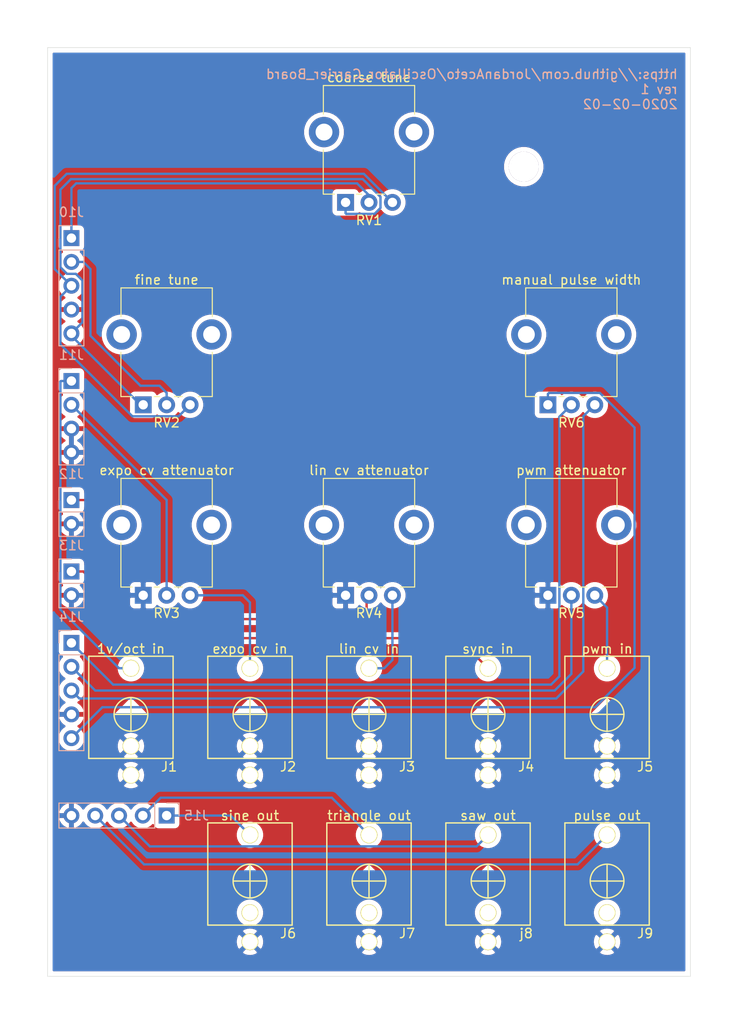
<source format=kicad_pcb>
(kicad_pcb (version 20171130) (host pcbnew 5.1.5-52549c5~84~ubuntu18.04.1)
  (title_block (title "Oscillator Carrier Board") (date 2020-02-02) (rev 1) (comment 1 creativecommons.org/licenses/by/4.0/) (comment 2 "License: CC by 4.0") (comment 3 "Author: Jordan Aceto"))
  (layers (0 F.Cu signal) (31 B.Cu signal) (34 B.Paste user) (35 F.Paste user) (36 B.SilkS user) (37 F.SilkS user) (38 B.Mask user) (39 F.Mask user) (44 Edge.Cuts user))
  (net 0 "")
  (net 1 GND)
  (net 2 "Net-(J1-Pad3)")
  (net 3 "Net-(J2-Pad3)")
  (net 4 "Net-(J3-Pad3)")
  (net 5 "Net-(J13-Pad1)")
  (net 6 "Net-(J5-Pad3)")
  (net 7 "Net-(J15-Pad1)")
  (net 8 "Net-(J6-Pad2)")
  (net 9 "Net-(J7-Pad2)")
  (net 10 "Net-(J15-Pad2)")
  (net 11 "Net-(j8-Pad2)")
  (net 12 "Net-(J15-Pad3)")
  (net 13 "Net-(J15-Pad4)")
  (net 14 "Net-(J9-Pad2)")
  (net 15 "Net-(J10-Pad1)")
  (net 16 "Net-(J10-Pad2)")
  (net 17 "Net-(J10-Pad3)")
  (net 18 "Net-(J10-Pad5)")
  (net 19 "Net-(J11-Pad2)")
  (net 20 "Net-(J12-Pad1)")
  (net 21 "Net-(J14-Pad1)")
  (net 22 "Net-(J14-Pad2)")
  (net 23 "Net-(J14-Pad3)")
  (net 24 "Net-(J14-Pad5)")
  (module MountingHole:MountingHole_3.2mm_M3 (layer F.Cu) (at 152.4 63.5)
    (fp_text reference REF** hide)
    (fp_text value MountingHole_3.2mm_M3)
    (pad 1 thru_hole circle (at 0 0) (size 3.2 3.2) (drill 3.2) (layers *.Cu *.Mask))
  )
  (module Eurocad:PJ301M-12 (layer F.Cu) (at 110.49 121.92)
    (fp_text reference J1 (at 4.064 5.588) (layer F.SilkS))
    (fp_text value 1v_per_oct_in)
    (fp_line (start -1.8 0) (end 1.8 0) (layer F.SilkS) (width 0.15))
    (fp_line (start 0 -1.8) (end 0 1.8) (layer F.SilkS) (width 0.15))
    (fp_circle (center 0 0) (end 1.8 0) (layer F.SilkS) (width 0.15))
    (fp_line (start 4.5 -6.2) (end 4.5 4.7) (layer F.SilkS) (width 0.15))
    (fp_line (start -4.5 -6.2) (end -4.5 4.7) (layer F.SilkS) (width 0.15))
    (fp_line (start -4.5 4.7) (end 4.5 4.7) (layer F.SilkS) (width 0.15))
    (fp_line (start -4.5 -6.2) (end 4.5 -6.2) (layer F.SilkS) (width 0.15))
    (pad 2 thru_hole circle (at 0 3.38) (size 1.8 1.8) (drill 1.6) (layers *.Cu *.Mask F.SilkS) (net 1 GND))
    (pad 1 thru_hole circle (at 0 6.48) (size 1.8 1.8) (drill 1.6) (layers *.Cu *.Mask F.SilkS) (net 1 GND))
    (pad 3 thru_hole circle (at 0 -4.92) (size 1.8 1.8) (drill 1.6) (layers *.Cu *.Mask F.SilkS) (net 2 "Net-(J1-Pad3)"))
  )
  (module Eurocad:PJ301M-12 (layer F.Cu) (at 123.19 121.92)
    (fp_text reference J2 (at 4.064 5.588) (layer F.SilkS))
    (fp_text value expo_fm_in)
    (fp_line (start -4.5 -6.2) (end 4.5 -6.2) (layer F.SilkS) (width 0.15))
    (fp_line (start -4.5 4.7) (end 4.5 4.7) (layer F.SilkS) (width 0.15))
    (fp_line (start -4.5 -6.2) (end -4.5 4.7) (layer F.SilkS) (width 0.15))
    (fp_line (start 4.5 -6.2) (end 4.5 4.7) (layer F.SilkS) (width 0.15))
    (fp_circle (center 0 0) (end 1.8 0) (layer F.SilkS) (width 0.15))
    (fp_line (start 0 -1.8) (end 0 1.8) (layer F.SilkS) (width 0.15))
    (fp_line (start -1.8 0) (end 1.8 0) (layer F.SilkS) (width 0.15))
    (pad 3 thru_hole circle (at 0 -4.92) (size 1.8 1.8) (drill 1.6) (layers *.Cu *.Mask F.SilkS) (net 3 "Net-(J2-Pad3)"))
    (pad 1 thru_hole circle (at 0 6.48) (size 1.8 1.8) (drill 1.6) (layers *.Cu *.Mask F.SilkS) (net 1 GND))
    (pad 2 thru_hole circle (at 0 3.38) (size 1.8 1.8) (drill 1.6) (layers *.Cu *.Mask F.SilkS) (net 1 GND))
  )
  (module Eurocad:PJ301M-12 (layer F.Cu) (at 135.89 121.92)
    (fp_text reference J3 (at 4.064 5.588) (layer F.SilkS))
    (fp_text value lin_fm_in)
    (fp_line (start -1.8 0) (end 1.8 0) (layer F.SilkS) (width 0.15))
    (fp_line (start 0 -1.8) (end 0 1.8) (layer F.SilkS) (width 0.15))
    (fp_circle (center 0 0) (end 1.8 0) (layer F.SilkS) (width 0.15))
    (fp_line (start 4.5 -6.2) (end 4.5 4.7) (layer F.SilkS) (width 0.15))
    (fp_line (start -4.5 -6.2) (end -4.5 4.7) (layer F.SilkS) (width 0.15))
    (fp_line (start -4.5 4.7) (end 4.5 4.7) (layer F.SilkS) (width 0.15))
    (fp_line (start -4.5 -6.2) (end 4.5 -6.2) (layer F.SilkS) (width 0.15))
    (pad 2 thru_hole circle (at 0 3.38) (size 1.8 1.8) (drill 1.6) (layers *.Cu *.Mask F.SilkS) (net 1 GND))
    (pad 1 thru_hole circle (at 0 6.48) (size 1.8 1.8) (drill 1.6) (layers *.Cu *.Mask F.SilkS) (net 1 GND))
    (pad 3 thru_hole circle (at 0 -4.92) (size 1.8 1.8) (drill 1.6) (layers *.Cu *.Mask F.SilkS) (net 4 "Net-(J3-Pad3)"))
  )
  (module Eurocad:PJ301M-12 (layer F.Cu) (at 148.59 121.92)
    (fp_text reference J4 (at 4.064 5.588) (layer F.SilkS))
    (fp_text value sync_in)
    (fp_line (start -1.8 0) (end 1.8 0) (layer F.SilkS) (width 0.15))
    (fp_line (start 0 -1.8) (end 0 1.8) (layer F.SilkS) (width 0.15))
    (fp_circle (center 0 0) (end 1.8 0) (layer F.SilkS) (width 0.15))
    (fp_line (start 4.5 -6.2) (end 4.5 4.7) (layer F.SilkS) (width 0.15))
    (fp_line (start -4.5 -6.2) (end -4.5 4.7) (layer F.SilkS) (width 0.15))
    (fp_line (start -4.5 4.7) (end 4.5 4.7) (layer F.SilkS) (width 0.15))
    (fp_line (start -4.5 -6.2) (end 4.5 -6.2) (layer F.SilkS) (width 0.15))
    (pad 2 thru_hole circle (at 0 3.38) (size 1.8 1.8) (drill 1.6) (layers *.Cu *.Mask F.SilkS) (net 1 GND))
    (pad 1 thru_hole circle (at 0 6.48) (size 1.8 1.8) (drill 1.6) (layers *.Cu *.Mask F.SilkS) (net 1 GND))
    (pad 3 thru_hole circle (at 0 -4.92) (size 1.8 1.8) (drill 1.6) (layers *.Cu *.Mask F.SilkS) (net 5 "Net-(J13-Pad1)"))
  )
  (module Eurocad:PJ301M-12 (layer F.Cu) (at 161.29 121.92)
    (fp_text reference J5 (at 4.064 5.588) (layer F.SilkS))
    (fp_text value pwm_in)
    (fp_line (start -4.5 -6.2) (end 4.5 -6.2) (layer F.SilkS) (width 0.15))
    (fp_line (start -4.5 4.7) (end 4.5 4.7) (layer F.SilkS) (width 0.15))
    (fp_line (start -4.5 -6.2) (end -4.5 4.7) (layer F.SilkS) (width 0.15))
    (fp_line (start 4.5 -6.2) (end 4.5 4.7) (layer F.SilkS) (width 0.15))
    (fp_circle (center 0 0) (end 1.8 0) (layer F.SilkS) (width 0.15))
    (fp_line (start 0 -1.8) (end 0 1.8) (layer F.SilkS) (width 0.15))
    (fp_line (start -1.8 0) (end 1.8 0) (layer F.SilkS) (width 0.15))
    (pad 3 thru_hole circle (at 0 -4.92) (size 1.8 1.8) (drill 1.6) (layers *.Cu *.Mask F.SilkS) (net 6 "Net-(J5-Pad3)"))
    (pad 1 thru_hole circle (at 0 6.48) (size 1.8 1.8) (drill 1.6) (layers *.Cu *.Mask F.SilkS) (net 1 GND))
    (pad 2 thru_hole circle (at 0 3.38) (size 1.8 1.8) (drill 1.6) (layers *.Cu *.Mask F.SilkS) (net 1 GND))
  )
  (module Eurocad:PJ301M-12 (layer F.Cu) (at 123.19 139.7)
    (fp_text reference J6 (at 4.064 5.588) (layer F.SilkS))
    (fp_text value sine_out)
    (fp_line (start -4.5 -6.2) (end 4.5 -6.2) (layer F.SilkS) (width 0.15))
    (fp_line (start -4.5 4.7) (end 4.5 4.7) (layer F.SilkS) (width 0.15))
    (fp_line (start -4.5 -6.2) (end -4.5 4.7) (layer F.SilkS) (width 0.15))
    (fp_line (start 4.5 -6.2) (end 4.5 4.7) (layer F.SilkS) (width 0.15))
    (fp_circle (center 0 0) (end 1.8 0) (layer F.SilkS) (width 0.15))
    (fp_line (start 0 -1.8) (end 0 1.8) (layer F.SilkS) (width 0.15))
    (fp_line (start -1.8 0) (end 1.8 0) (layer F.SilkS) (width 0.15))
    (pad 3 thru_hole circle (at 0 -4.92) (size 1.8 1.8) (drill 1.6) (layers *.Cu *.Mask F.SilkS) (net 7 "Net-(J15-Pad1)"))
    (pad 1 thru_hole circle (at 0 6.48) (size 1.8 1.8) (drill 1.6) (layers *.Cu *.Mask F.SilkS) (net 1 GND))
    (pad 2 thru_hole circle (at 0 3.38) (size 1.8 1.8) (drill 1.6) (layers *.Cu *.Mask F.SilkS) (net 8 "Net-(J6-Pad2)"))
  )
  (module Eurocad:PJ301M-12 (layer F.Cu) (at 135.89 139.7)
    (fp_text reference J7 (at 4.064 5.588) (layer F.SilkS))
    (fp_text value triangle_out)
    (fp_line (start -1.8 0) (end 1.8 0) (layer F.SilkS) (width 0.15))
    (fp_line (start 0 -1.8) (end 0 1.8) (layer F.SilkS) (width 0.15))
    (fp_circle (center 0 0) (end 1.8 0) (layer F.SilkS) (width 0.15))
    (fp_line (start 4.5 -6.2) (end 4.5 4.7) (layer F.SilkS) (width 0.15))
    (fp_line (start -4.5 -6.2) (end -4.5 4.7) (layer F.SilkS) (width 0.15))
    (fp_line (start -4.5 4.7) (end 4.5 4.7) (layer F.SilkS) (width 0.15))
    (fp_line (start -4.5 -6.2) (end 4.5 -6.2) (layer F.SilkS) (width 0.15))
    (pad 2 thru_hole circle (at 0 3.38) (size 1.8 1.8) (drill 1.6) (layers *.Cu *.Mask F.SilkS) (net 9 "Net-(J7-Pad2)"))
    (pad 1 thru_hole circle (at 0 6.48) (size 1.8 1.8) (drill 1.6) (layers *.Cu *.Mask F.SilkS) (net 1 GND))
    (pad 3 thru_hole circle (at 0 -4.92) (size 1.8 1.8) (drill 1.6) (layers *.Cu *.Mask F.SilkS) (net 10 "Net-(J15-Pad2)"))
  )
  (module Eurocad:PJ301M-12 (layer F.Cu) (at 148.59 139.7)
    (fp_text reference j8 (at 4.064 5.588) (layer F.SilkS))
    (fp_text value saw_out)
    (fp_line (start -1.8 0) (end 1.8 0) (layer F.SilkS) (width 0.15))
    (fp_line (start 0 -1.8) (end 0 1.8) (layer F.SilkS) (width 0.15))
    (fp_circle (center 0 0) (end 1.8 0) (layer F.SilkS) (width 0.15))
    (fp_line (start 4.5 -6.2) (end 4.5 4.7) (layer F.SilkS) (width 0.15))
    (fp_line (start -4.5 -6.2) (end -4.5 4.7) (layer F.SilkS) (width 0.15))
    (fp_line (start -4.5 4.7) (end 4.5 4.7) (layer F.SilkS) (width 0.15))
    (fp_line (start -4.5 -6.2) (end 4.5 -6.2) (layer F.SilkS) (width 0.15))
    (pad 2 thru_hole circle (at 0 3.38) (size 1.8 1.8) (drill 1.6) (layers *.Cu *.Mask F.SilkS) (net 11 "Net-(j8-Pad2)"))
    (pad 1 thru_hole circle (at 0 6.48) (size 1.8 1.8) (drill 1.6) (layers *.Cu *.Mask F.SilkS) (net 1 GND))
    (pad 3 thru_hole circle (at 0 -4.92) (size 1.8 1.8) (drill 1.6) (layers *.Cu *.Mask F.SilkS) (net 12 "Net-(J15-Pad3)"))
  )
  (module Eurocad:PJ301M-12 (layer F.Cu) (at 161.29 139.7)
    (fp_text reference J9 (at 4.064 5.588) (layer F.SilkS))
    (fp_text value pulse_out)
    (fp_line (start -4.5 -6.2) (end 4.5 -6.2) (layer F.SilkS) (width 0.15))
    (fp_line (start -4.5 4.7) (end 4.5 4.7) (layer F.SilkS) (width 0.15))
    (fp_line (start -4.5 -6.2) (end -4.5 4.7) (layer F.SilkS) (width 0.15))
    (fp_line (start 4.5 -6.2) (end 4.5 4.7) (layer F.SilkS) (width 0.15))
    (fp_circle (center 0 0) (end 1.8 0) (layer F.SilkS) (width 0.15))
    (fp_line (start 0 -1.8) (end 0 1.8) (layer F.SilkS) (width 0.15))
    (fp_line (start -1.8 0) (end 1.8 0) (layer F.SilkS) (width 0.15))
    (pad 3 thru_hole circle (at 0 -4.92) (size 1.8 1.8) (drill 1.6) (layers *.Cu *.Mask F.SilkS) (net 13 "Net-(J15-Pad4)"))
    (pad 1 thru_hole circle (at 0 6.48) (size 1.8 1.8) (drill 1.6) (layers *.Cu *.Mask F.SilkS) (net 1 GND))
    (pad 2 thru_hole circle (at 0 3.38) (size 1.8 1.8) (drill 1.6) (layers *.Cu *.Mask F.SilkS) (net 14 "Net-(J9-Pad2)"))
  )
  (module Potentiometer_THT:Potentiometer_Alpha_RD901F-40-00D_Single_Vertical_CircularHoles (layer F.Cu) (at 133.39 67.31 90)
    (fp_text reference RV1 (at -1.905 2.5) (layer F.SilkS))
    (fp_text value 100k)
    (fp_line (start 0.88 4.16) (end 0.88 3.33) (layer F.SilkS) (width 0.12))
    (fp_line (start 0.88 1.71) (end 0.88 1.18) (layer F.SilkS) (width 0.12))
    (fp_line (start 0.88 -1.19) (end 0.88 -2.37) (layer F.SilkS) (width 0.12))
    (fp_line (start 0.88 7.37) (end 5.6 7.37) (layer F.SilkS) (width 0.12))
    (fp_line (start 9.41 -2.37) (end 12.47 -2.37) (layer F.SilkS) (width 0.12))
    (fp_line (start 0.88 -2.38) (end 5.6 -2.38) (layer F.SilkS) (width 0.12))
    (fp_line (start 9.41 7.37) (end 12.47 7.37) (layer F.SilkS) (width 0.12))
    (fp_line (start 0.88 7.37) (end 0.88 5.88) (layer F.SilkS) (width 0.12))
    (fp_line (start 12.47 7.37) (end 12.47 -2.37) (layer F.SilkS) (width 0.12))
    (pad "" thru_hole circle (at 7.5 -2.3 180) (size 3.24 3.24) (drill 1.8) (layers *.Cu *.Mask))
    (pad "" thru_hole circle (at 7.5 7.3 180) (size 3.24 3.24) (drill 1.8) (layers *.Cu *.Mask))
    (pad 3 thru_hole circle (at 0 5 180) (size 1.8 1.8) (drill 1) (layers *.Cu *.Mask) (net 17 "Net-(J10-Pad3)"))
    (pad 2 thru_hole circle (at 0 2.5 180) (size 1.8 1.8) (drill 1) (layers *.Cu *.Mask) (net 15 "Net-(J10-Pad1)"))
    (pad 1 thru_hole rect (at 0 0 180) (size 1.8 1.8) (drill 1) (layers *.Cu *.Mask) (net 18 "Net-(J10-Pad5)"))
  )
  (module Potentiometer_THT:Potentiometer_Alpha_RD901F-40-00D_Single_Vertical_CircularHoles (layer F.Cu) (at 111.8 88.9 90)
    (fp_text reference RV2 (at -1.905 2.5) (layer F.SilkS))
    (fp_text value 100k)
    (fp_line (start 12.47 7.37) (end 12.47 -2.37) (layer F.SilkS) (width 0.12))
    (fp_line (start 0.88 7.37) (end 0.88 5.88) (layer F.SilkS) (width 0.12))
    (fp_line (start 9.41 7.37) (end 12.47 7.37) (layer F.SilkS) (width 0.12))
    (fp_line (start 0.88 -2.38) (end 5.6 -2.38) (layer F.SilkS) (width 0.12))
    (fp_line (start 9.41 -2.37) (end 12.47 -2.37) (layer F.SilkS) (width 0.12))
    (fp_line (start 0.88 7.37) (end 5.6 7.37) (layer F.SilkS) (width 0.12))
    (fp_line (start 0.88 -1.19) (end 0.88 -2.37) (layer F.SilkS) (width 0.12))
    (fp_line (start 0.88 1.71) (end 0.88 1.18) (layer F.SilkS) (width 0.12))
    (fp_line (start 0.88 4.16) (end 0.88 3.33) (layer F.SilkS) (width 0.12))
    (pad 1 thru_hole rect (at 0 0 180) (size 1.8 1.8) (drill 1) (layers *.Cu *.Mask) (net 18 "Net-(J10-Pad5)"))
    (pad 2 thru_hole circle (at 0 2.5 180) (size 1.8 1.8) (drill 1) (layers *.Cu *.Mask) (net 16 "Net-(J10-Pad2)"))
    (pad 3 thru_hole circle (at 0 5 180) (size 1.8 1.8) (drill 1) (layers *.Cu *.Mask) (net 17 "Net-(J10-Pad3)"))
    (pad "" thru_hole circle (at 7.5 7.3 180) (size 3.24 3.24) (drill 1.8) (layers *.Cu *.Mask))
    (pad "" thru_hole circle (at 7.5 -2.3 180) (size 3.24 3.24) (drill 1.8) (layers *.Cu *.Mask))
  )
  (module Potentiometer_THT:Potentiometer_Alpha_RD901F-40-00D_Single_Vertical_CircularHoles (layer F.Cu) (at 111.8 109.22 90)
    (fp_text reference RV3 (at -1.905 2.5) (layer F.SilkS))
    (fp_text value 100k)
    (fp_line (start 0.88 4.16) (end 0.88 3.33) (layer F.SilkS) (width 0.12))
    (fp_line (start 0.88 1.71) (end 0.88 1.18) (layer F.SilkS) (width 0.12))
    (fp_line (start 0.88 -1.19) (end 0.88 -2.37) (layer F.SilkS) (width 0.12))
    (fp_line (start 0.88 7.37) (end 5.6 7.37) (layer F.SilkS) (width 0.12))
    (fp_line (start 9.41 -2.37) (end 12.47 -2.37) (layer F.SilkS) (width 0.12))
    (fp_line (start 0.88 -2.38) (end 5.6 -2.38) (layer F.SilkS) (width 0.12))
    (fp_line (start 9.41 7.37) (end 12.47 7.37) (layer F.SilkS) (width 0.12))
    (fp_line (start 0.88 7.37) (end 0.88 5.88) (layer F.SilkS) (width 0.12))
    (fp_line (start 12.47 7.37) (end 12.47 -2.37) (layer F.SilkS) (width 0.12))
    (pad "" thru_hole circle (at 7.5 -2.3 180) (size 3.24 3.24) (drill 1.8) (layers *.Cu *.Mask))
    (pad "" thru_hole circle (at 7.5 7.3 180) (size 3.24 3.24) (drill 1.8) (layers *.Cu *.Mask))
    (pad 3 thru_hole circle (at 0 5 180) (size 1.8 1.8) (drill 1) (layers *.Cu *.Mask) (net 3 "Net-(J2-Pad3)"))
    (pad 2 thru_hole circle (at 0 2.5 180) (size 1.8 1.8) (drill 1) (layers *.Cu *.Mask) (net 19 "Net-(J11-Pad2)"))
    (pad 1 thru_hole rect (at 0 0 180) (size 1.8 1.8) (drill 1) (layers *.Cu *.Mask) (net 1 GND))
  )
  (module Potentiometer_THT:Potentiometer_Alpha_RD901F-40-00D_Single_Vertical_CircularHoles (layer F.Cu) (at 133.39 109.22 90)
    (fp_text reference RV4 (at -1.905 2.5) (layer F.SilkS))
    (fp_text value 100k)
    (fp_line (start 0.88 4.16) (end 0.88 3.33) (layer F.SilkS) (width 0.12))
    (fp_line (start 0.88 1.71) (end 0.88 1.18) (layer F.SilkS) (width 0.12))
    (fp_line (start 0.88 -1.19) (end 0.88 -2.37) (layer F.SilkS) (width 0.12))
    (fp_line (start 0.88 7.37) (end 5.6 7.37) (layer F.SilkS) (width 0.12))
    (fp_line (start 9.41 -2.37) (end 12.47 -2.37) (layer F.SilkS) (width 0.12))
    (fp_line (start 0.88 -2.38) (end 5.6 -2.38) (layer F.SilkS) (width 0.12))
    (fp_line (start 9.41 7.37) (end 12.47 7.37) (layer F.SilkS) (width 0.12))
    (fp_line (start 0.88 7.37) (end 0.88 5.88) (layer F.SilkS) (width 0.12))
    (fp_line (start 12.47 7.37) (end 12.47 -2.37) (layer F.SilkS) (width 0.12))
    (pad "" thru_hole circle (at 7.5 -2.3 180) (size 3.24 3.24) (drill 1.8) (layers *.Cu *.Mask))
    (pad "" thru_hole circle (at 7.5 7.3 180) (size 3.24 3.24) (drill 1.8) (layers *.Cu *.Mask))
    (pad 3 thru_hole circle (at 0 5 180) (size 1.8 1.8) (drill 1) (layers *.Cu *.Mask) (net 4 "Net-(J3-Pad3)"))
    (pad 2 thru_hole circle (at 0 2.5 180) (size 1.8 1.8) (drill 1) (layers *.Cu *.Mask) (net 20 "Net-(J12-Pad1)"))
    (pad 1 thru_hole rect (at 0 0 180) (size 1.8 1.8) (drill 1) (layers *.Cu *.Mask) (net 1 GND))
  )
  (module Potentiometer_THT:Potentiometer_Alpha_RD901F-40-00D_Single_Vertical_CircularHoles (layer F.Cu) (at 154.98 109.22 90)
    (fp_text reference RV5 (at -1.905 2.5) (layer F.SilkS))
    (fp_text value 100k)
    (fp_line (start 12.47 7.37) (end 12.47 -2.37) (layer F.SilkS) (width 0.12))
    (fp_line (start 0.88 7.37) (end 0.88 5.88) (layer F.SilkS) (width 0.12))
    (fp_line (start 9.41 7.37) (end 12.47 7.37) (layer F.SilkS) (width 0.12))
    (fp_line (start 0.88 -2.38) (end 5.6 -2.38) (layer F.SilkS) (width 0.12))
    (fp_line (start 9.41 -2.37) (end 12.47 -2.37) (layer F.SilkS) (width 0.12))
    (fp_line (start 0.88 7.37) (end 5.6 7.37) (layer F.SilkS) (width 0.12))
    (fp_line (start 0.88 -1.19) (end 0.88 -2.37) (layer F.SilkS) (width 0.12))
    (fp_line (start 0.88 1.71) (end 0.88 1.18) (layer F.SilkS) (width 0.12))
    (fp_line (start 0.88 4.16) (end 0.88 3.33) (layer F.SilkS) (width 0.12))
    (pad 1 thru_hole rect (at 0 0 180) (size 1.8 1.8) (drill 1) (layers *.Cu *.Mask) (net 1 GND))
    (pad 2 thru_hole circle (at 0 2.5 180) (size 1.8 1.8) (drill 1) (layers *.Cu *.Mask) (net 22 "Net-(J14-Pad2)"))
    (pad 3 thru_hole circle (at 0 5 180) (size 1.8 1.8) (drill 1) (layers *.Cu *.Mask) (net 6 "Net-(J5-Pad3)"))
    (pad "" thru_hole circle (at 7.5 7.3 180) (size 3.24 3.24) (drill 1.8) (layers *.Cu *.Mask))
    (pad "" thru_hole circle (at 7.5 -2.3 180) (size 3.24 3.24) (drill 1.8) (layers *.Cu *.Mask))
  )
  (module Potentiometer_THT:Potentiometer_Alpha_RD901F-40-00D_Single_Vertical_CircularHoles (layer F.Cu) (at 154.98 88.9 90)
    (fp_text reference RV6 (at -1.905 2.5) (layer F.SilkS))
    (fp_text value 100k)
    (fp_line (start 12.47 7.37) (end 12.47 -2.37) (layer F.SilkS) (width 0.12))
    (fp_line (start 0.88 7.37) (end 0.88 5.88) (layer F.SilkS) (width 0.12))
    (fp_line (start 9.41 7.37) (end 12.47 7.37) (layer F.SilkS) (width 0.12))
    (fp_line (start 0.88 -2.38) (end 5.6 -2.38) (layer F.SilkS) (width 0.12))
    (fp_line (start 9.41 -2.37) (end 12.47 -2.37) (layer F.SilkS) (width 0.12))
    (fp_line (start 0.88 7.37) (end 5.6 7.37) (layer F.SilkS) (width 0.12))
    (fp_line (start 0.88 -1.19) (end 0.88 -2.37) (layer F.SilkS) (width 0.12))
    (fp_line (start 0.88 1.71) (end 0.88 1.18) (layer F.SilkS) (width 0.12))
    (fp_line (start 0.88 4.16) (end 0.88 3.33) (layer F.SilkS) (width 0.12))
    (pad 1 thru_hole rect (at 0 0 180) (size 1.8 1.8) (drill 1) (layers *.Cu *.Mask) (net 24 "Net-(J14-Pad5)"))
    (pad 2 thru_hole circle (at 0 2.5 180) (size 1.8 1.8) (drill 1) (layers *.Cu *.Mask) (net 21 "Net-(J14-Pad1)"))
    (pad 3 thru_hole circle (at 0 5 180) (size 1.8 1.8) (drill 1) (layers *.Cu *.Mask) (net 23 "Net-(J14-Pad3)"))
    (pad "" thru_hole circle (at 7.5 7.3 180) (size 3.24 3.24) (drill 1.8) (layers *.Cu *.Mask))
    (pad "" thru_hole circle (at 7.5 -2.3 180) (size 3.24 3.24) (drill 1.8) (layers *.Cu *.Mask))
  )
  (module Connector_PinSocket_2.54mm:PinSocket_1x05_P2.54mm_Vertical (layer B.Cu) (at 104.14 71.12 180)
    (fp_text reference J10 (at 0 2.77) (layer B.SilkS) (effects (justify mirror)))
    (fp_text value Conn_01x05)
    (fp_line (start -1.33 -1.27) (end 1.33 -1.27) (layer B.SilkS) (width 0.12))
    (fp_line (start -1.33 -1.27) (end -1.33 -11.49) (layer B.SilkS) (width 0.12))
    (fp_line (start -1.33 -11.49) (end 1.33 -11.49) (layer B.SilkS) (width 0.12))
    (fp_line (start 1.33 -1.27) (end 1.33 -11.49) (layer B.SilkS) (width 0.12))
    (fp_line (start 1.33 1.33) (end 1.33 0) (layer B.SilkS) (width 0.12))
    (fp_line (start 0 1.33) (end 1.33 1.33) (layer B.SilkS) (width 0.12))
    (pad 1 thru_hole rect (at 0 0 180) (size 1.7 1.7) (drill 1) (layers *.Cu *.Mask) (net 15 "Net-(J10-Pad1)"))
    (pad 2 thru_hole oval (at 0 -2.54 180) (size 1.7 1.7) (drill 1) (layers *.Cu *.Mask) (net 16 "Net-(J10-Pad2)"))
    (pad 3 thru_hole oval (at 0 -5.08 180) (size 1.7 1.7) (drill 1) (layers *.Cu *.Mask) (net 17 "Net-(J10-Pad3)"))
    (pad 4 thru_hole oval (at 0 -7.62 180) (size 1.7 1.7) (drill 1) (layers *.Cu *.Mask) (net 1 GND))
    (pad 5 thru_hole oval (at 0 -10.16 180) (size 1.7 1.7) (drill 1) (layers *.Cu *.Mask) (net 18 "Net-(J10-Pad5)"))
  )
  (module Connector_PinSocket_2.54mm:PinSocket_1x04_P2.54mm_Vertical (layer B.Cu) (at 104.14 86.36 180)
    (fp_text reference J11 (at 0 2.77) (layer B.SilkS) (effects (justify mirror)))
    (fp_text value Conn_01x04)
    (fp_line (start -1.33 -1.27) (end 1.33 -1.27) (layer B.SilkS) (width 0.12))
    (fp_line (start -1.33 -1.27) (end -1.33 -8.95) (layer B.SilkS) (width 0.12))
    (fp_line (start -1.33 -8.95) (end 1.33 -8.95) (layer B.SilkS) (width 0.12))
    (fp_line (start 1.33 -1.27) (end 1.33 -8.95) (layer B.SilkS) (width 0.12))
    (fp_line (start 1.33 1.33) (end 1.33 0) (layer B.SilkS) (width 0.12))
    (fp_line (start 0 1.33) (end 1.33 1.33) (layer B.SilkS) (width 0.12))
    (pad 1 thru_hole rect (at 0 0 180) (size 1.7 1.7) (drill 1) (layers *.Cu *.Mask) (net 2 "Net-(J1-Pad3)"))
    (pad 2 thru_hole oval (at 0 -2.54 180) (size 1.7 1.7) (drill 1) (layers *.Cu *.Mask) (net 19 "Net-(J11-Pad2)"))
    (pad 3 thru_hole oval (at 0 -5.08 180) (size 1.7 1.7) (drill 1) (layers *.Cu *.Mask) (net 1 GND))
    (pad 4 thru_hole oval (at 0 -7.62 180) (size 1.7 1.7) (drill 1) (layers *.Cu *.Mask) (net 1 GND))
  )
  (module Connector_PinSocket_2.54mm:PinSocket_1x02_P2.54mm_Vertical (layer B.Cu) (at 104.14 99.06 180)
    (fp_text reference J12 (at 0 2.77) (layer B.SilkS) (effects (justify mirror)))
    (fp_text value Conn_01x02)
    (fp_line (start 0 1.33) (end 1.33 1.33) (layer B.SilkS) (width 0.12))
    (fp_line (start 1.33 1.33) (end 1.33 0) (layer B.SilkS) (width 0.12))
    (fp_line (start 1.33 -1.27) (end 1.33 -3.87) (layer B.SilkS) (width 0.12))
    (fp_line (start -1.33 -3.87) (end 1.33 -3.87) (layer B.SilkS) (width 0.12))
    (fp_line (start -1.33 -1.27) (end -1.33 -3.87) (layer B.SilkS) (width 0.12))
    (fp_line (start -1.33 -1.27) (end 1.33 -1.27) (layer B.SilkS) (width 0.12))
    (pad 2 thru_hole oval (at 0 -2.54 180) (size 1.7 1.7) (drill 1) (layers *.Cu *.Mask) (net 1 GND))
    (pad 1 thru_hole rect (at 0 0 180) (size 1.7 1.7) (drill 1) (layers *.Cu *.Mask) (net 20 "Net-(J12-Pad1)"))
  )
  (module Connector_PinSocket_2.54mm:PinSocket_1x02_P2.54mm_Vertical (layer B.Cu) (at 104.14 106.68 180)
    (fp_text reference J13 (at 0 2.77) (layer B.SilkS) (effects (justify mirror)))
    (fp_text value Conn_01x02)
    (fp_line (start -1.33 -1.27) (end 1.33 -1.27) (layer B.SilkS) (width 0.12))
    (fp_line (start -1.33 -1.27) (end -1.33 -3.87) (layer B.SilkS) (width 0.12))
    (fp_line (start -1.33 -3.87) (end 1.33 -3.87) (layer B.SilkS) (width 0.12))
    (fp_line (start 1.33 -1.27) (end 1.33 -3.87) (layer B.SilkS) (width 0.12))
    (fp_line (start 1.33 1.33) (end 1.33 0) (layer B.SilkS) (width 0.12))
    (fp_line (start 0 1.33) (end 1.33 1.33) (layer B.SilkS) (width 0.12))
    (pad 1 thru_hole rect (at 0 0 180) (size 1.7 1.7) (drill 1) (layers *.Cu *.Mask) (net 5 "Net-(J13-Pad1)"))
    (pad 2 thru_hole oval (at 0 -2.54 180) (size 1.7 1.7) (drill 1) (layers *.Cu *.Mask) (net 1 GND))
  )
  (module Connector_PinSocket_2.54mm:PinSocket_1x05_P2.54mm_Vertical (layer B.Cu) (at 104.14 114.3 180)
    (fp_text reference J14 (at 0 2.77) (layer B.SilkS) (effects (justify mirror)))
    (fp_text value Conn_01x05)
    (fp_line (start -1.33 -1.27) (end 1.33 -1.27) (layer B.SilkS) (width 0.12))
    (fp_line (start -1.33 -1.27) (end -1.33 -11.49) (layer B.SilkS) (width 0.12))
    (fp_line (start -1.33 -11.49) (end 1.33 -11.49) (layer B.SilkS) (width 0.12))
    (fp_line (start 1.33 -1.27) (end 1.33 -11.49) (layer B.SilkS) (width 0.12))
    (fp_line (start 1.33 1.33) (end 1.33 0) (layer B.SilkS) (width 0.12))
    (fp_line (start 0 1.33) (end 1.33 1.33) (layer B.SilkS) (width 0.12))
    (pad 1 thru_hole rect (at 0 0 180) (size 1.7 1.7) (drill 1) (layers *.Cu *.Mask) (net 21 "Net-(J14-Pad1)"))
    (pad 2 thru_hole oval (at 0 -2.54 180) (size 1.7 1.7) (drill 1) (layers *.Cu *.Mask) (net 22 "Net-(J14-Pad2)"))
    (pad 3 thru_hole oval (at 0 -5.08 180) (size 1.7 1.7) (drill 1) (layers *.Cu *.Mask) (net 23 "Net-(J14-Pad3)"))
    (pad 4 thru_hole oval (at 0 -7.62 180) (size 1.7 1.7) (drill 1) (layers *.Cu *.Mask) (net 1 GND))
    (pad 5 thru_hole oval (at 0 -10.16 180) (size 1.7 1.7) (drill 1) (layers *.Cu *.Mask) (net 24 "Net-(J14-Pad5)"))
  )
  (module Connector_PinSocket_2.54mm:PinSocket_1x05_P2.54mm_Vertical (layer B.Cu) (at 114.3 132.715 90)
    (fp_text reference J15 (at 0 3.175) (layer B.SilkS) (effects (justify mirror)))
    (fp_text value Conn_01x05)
    (fp_line (start 0 1.33) (end 1.33 1.33) (layer B.SilkS) (width 0.12))
    (fp_line (start 1.33 1.33) (end 1.33 0) (layer B.SilkS) (width 0.12))
    (fp_line (start 1.33 -1.27) (end 1.33 -11.49) (layer B.SilkS) (width 0.12))
    (fp_line (start -1.33 -11.49) (end 1.33 -11.49) (layer B.SilkS) (width 0.12))
    (fp_line (start -1.33 -1.27) (end -1.33 -11.49) (layer B.SilkS) (width 0.12))
    (fp_line (start -1.33 -1.27) (end 1.33 -1.27) (layer B.SilkS) (width 0.12))
    (pad 5 thru_hole oval (at 0 -10.16 90) (size 1.7 1.7) (drill 1) (layers *.Cu *.Mask) (net 1 GND))
    (pad 4 thru_hole oval (at 0 -7.62 90) (size 1.7 1.7) (drill 1) (layers *.Cu *.Mask) (net 13 "Net-(J15-Pad4)"))
    (pad 3 thru_hole oval (at 0 -5.08 90) (size 1.7 1.7) (drill 1) (layers *.Cu *.Mask) (net 12 "Net-(J15-Pad3)"))
    (pad 2 thru_hole oval (at 0 -2.54 90) (size 1.7 1.7) (drill 1) (layers *.Cu *.Mask) (net 10 "Net-(J15-Pad2)"))
    (pad 1 thru_hole rect (at 0 0 90) (size 1.7 1.7) (drill 1) (layers *.Cu *.Mask) (net 7 "Net-(J15-Pad1)"))
  )
  (gr_text "https://github.com/JordanAceto/Oscillator_Carrier_Board\nrev 1\n2020-02-02" (at 168.91 55.245) (layer B.SilkS) (effects (font (size 1 1)) (justify left mirror)))
  (gr_text "pulse out" (at 161.29 132.715) (layer F.SilkS) (effects (font (size 1 1))))
  (gr_text "saw out" (at 148.59 132.715) (layer F.SilkS) (effects (font (size 1 1))))
  (gr_text "triangle out" (at 135.89 132.715) (layer F.SilkS) (effects (font (size 1 1))))
  (gr_text "sine out" (at 123.19 132.715) (layer F.SilkS) (effects (font (size 1 1))))
  (gr_text "pwm in" (at 161.29 114.935) (layer F.SilkS) (effects (font (size 1 1))))
  (gr_text "sync in" (at 148.59 114.935) (layer F.SilkS) (effects (font (size 1 1))))
  (gr_text "lin cv in" (at 135.89 114.935) (layer F.SilkS) (effects (font (size 1 1))))
  (gr_text "expo cv in" (at 123.19 114.935) (layer F.SilkS) (effects (font (size 1 1))))
  (gr_text "1v/oct in" (at 110.49 114.935) (layer F.SilkS) (effects (font (size 1 1))))
  (gr_text "pwm attenuator" (at 157.48 95.885) (layer F.SilkS) (effects (font (size 1 1))))
  (gr_text "lin cv attenuator" (at 135.89 95.885) (layer F.SilkS) (effects (font (size 1 1))))
  (gr_text "expo cv attenuator" (at 114.3 95.885) (layer F.SilkS) (effects (font (size 1 1))))
  (gr_text "manual pulse width" (at 157.48 75.565) (layer F.SilkS) (effects (font (size 1 1))))
  (gr_text "fine tune" (at 114.3 75.565) (layer F.SilkS) (effects (font (size 1 1))))
  (gr_text "coarse tune" (at 135.89 53.975) (layer F.SilkS) (effects (font (size 1 1))))
  (gr_line (start 170.18 50.8) (end 101.6 50.8) (layer Edge.Cuts) (width 0.05))
  (gr_line (start 170.18 149.86) (end 170.18 50.8) (layer Edge.Cuts) (width 0.05))
  (gr_line (start 101.6 149.86) (end 170.18 149.86) (layer Edge.Cuts) (width 0.05))
  (gr_line (start 101.6 50.8) (end 101.6 149.86) (layer Edge.Cuts) (width 0.05))
  (segment (start 102.964999 110.747791) (end 109.217208 117) (width 0.25) (layer B.Cu) (net 2))
  (segment (start 102.964999 86.435001) (end 102.964999 110.747791) (width 0.25) (layer B.Cu) (net 2))
  (segment (start 103.04 86.36) (end 102.964999 86.435001) (width 0.25) (layer B.Cu) (net 2))
  (segment (start 109.217208 117) (end 110.49 117) (width 0.25) (layer B.Cu) (net 2))
  (segment (start 104.14 86.36) (end 103.04 86.36) (width 0.25) (layer B.Cu) (net 2))
  (segment (start 123.19 109.982) (end 123.19 117) (width 0.25) (layer B.Cu) (net 3))
  (segment (start 116.8 109.22) (end 122.428 109.22) (width 0.25) (layer B.Cu) (net 3))
  (segment (start 122.428 109.22) (end 123.19 109.982) (width 0.25) (layer B.Cu) (net 3))
  (segment (start 137.508 117) (end 135.89 117) (width 0.25) (layer B.Cu) (net 4))
  (segment (start 138.39 109.22) (end 138.39 116.118) (width 0.25) (layer B.Cu) (net 4))
  (segment (start 138.39 116.118) (end 137.508 117) (width 0.25) (layer B.Cu) (net 4))
  (segment (start 105.41 106.68) (end 104.14 106.68) (width 0.25) (layer F.Cu) (net 5))
  (segment (start 105.664 106.934) (end 105.41 106.68) (width 0.25) (layer F.Cu) (net 5))
  (segment (start 105.664 111.379) (end 105.664 106.934) (width 0.25) (layer F.Cu) (net 5))
  (segment (start 108.077 113.792) (end 105.664 111.379) (width 0.25) (layer F.Cu) (net 5))
  (segment (start 148.59 117) (end 145.382 113.792) (width 0.25) (layer F.Cu) (net 5))
  (segment (start 145.382 113.792) (end 108.077 113.792) (width 0.25) (layer F.Cu) (net 5))
  (segment (start 161.29 110.53) (end 161.29 117) (width 0.25) (layer B.Cu) (net 6))
  (segment (start 159.98 109.22) (end 161.29 110.53) (width 0.25) (layer B.Cu) (net 6))
  (segment (start 121.125 132.715) (end 123.19 134.78) (width 0.25) (layer B.Cu) (net 7))
  (segment (start 114.3 132.715) (end 121.125 132.715) (width 0.25) (layer B.Cu) (net 7))
  (segment (start 134.990001 133.880001) (end 135.89 134.78) (width 0.25) (layer B.Cu) (net 10))
  (segment (start 131.92 130.81) (end 134.990001 133.880001) (width 0.25) (layer B.Cu) (net 10))
  (segment (start 111.76 132.715) (end 113.665 130.81) (width 0.25) (layer B.Cu) (net 10))
  (segment (start 113.665 130.81) (end 131.92 130.81) (width 0.25) (layer B.Cu) (net 10))
  (segment (start 147.690001 135.679999) (end 148.59 134.78) (width 0.25) (layer B.Cu) (net 12))
  (segment (start 147.364999 136.005001) (end 147.690001 135.679999) (width 0.25) (layer B.Cu) (net 12))
  (segment (start 112.510001 136.005001) (end 147.364999 136.005001) (width 0.25) (layer B.Cu) (net 12))
  (segment (start 109.22 132.715) (end 112.510001 136.005001) (width 0.25) (layer B.Cu) (net 12))
  (segment (start 158.148 137.922) (end 161.29 134.78) (width 0.25) (layer B.Cu) (net 13))
  (segment (start 106.68 132.715) (end 111.887 137.922) (width 0.25) (layer B.Cu) (net 13))
  (segment (start 111.887 137.922) (end 158.148 137.922) (width 0.25) (layer B.Cu) (net 13))
  (segment (start 135.89 66.548) (end 135.89 67.31) (width 0.25) (layer B.Cu) (net 15))
  (segment (start 134.62 65.278) (end 135.89 66.548) (width 0.25) (layer B.Cu) (net 15))
  (segment (start 104.648 65.278) (end 134.62 65.278) (width 0.25) (layer B.Cu) (net 15))
  (segment (start 104.14 71.12) (end 104.14 65.786) (width 0.25) (layer B.Cu) (net 15))
  (segment (start 104.14 65.786) (end 104.648 65.278) (width 0.25) (layer B.Cu) (net 15))
  (segment (start 105.41 73.66) (end 104.14 73.66) (width 0.25) (layer B.Cu) (net 16))
  (segment (start 114.3 87.627208) (end 113.540792 86.868) (width 0.25) (layer B.Cu) (net 16))
  (segment (start 114.3 88.9) (end 114.3 87.627208) (width 0.25) (layer B.Cu) (net 16))
  (segment (start 113.540792 86.868) (end 111.506 86.868) (width 0.25) (layer B.Cu) (net 16))
  (segment (start 106.172 81.534) (end 106.172 74.422) (width 0.25) (layer B.Cu) (net 16))
  (segment (start 106.172 74.422) (end 105.41 73.66) (width 0.25) (layer B.Cu) (net 16))
  (segment (start 111.506 86.868) (end 106.172 81.534) (width 0.25) (layer B.Cu) (net 16))
  (segment (start 137.490001 66.410001) (end 138.39 67.31) (width 0.25) (layer B.Cu) (net 17))
  (segment (start 103.632 64.262) (end 135.342 64.262) (width 0.25) (layer B.Cu) (net 17))
  (segment (start 102.362 65.532) (end 103.632 64.262) (width 0.25) (layer B.Cu) (net 17))
  (segment (start 135.342 64.262) (end 137.490001 66.410001) (width 0.25) (layer B.Cu) (net 17))
  (segment (start 104.14 76.2) (end 102.362 74.422) (width 0.25) (layer B.Cu) (net 17))
  (segment (start 102.362 74.422) (end 102.362 65.532) (width 0.25) (layer B.Cu) (net 17))
  (segment (start 115.574999 90.125001) (end 115.900001 89.799999) (width 0.25) (layer B.Cu) (net 17))
  (segment (start 110.639999 90.125001) (end 115.574999 90.125001) (width 0.25) (layer B.Cu) (net 17))
  (segment (start 115.900001 89.799999) (end 116.8 88.9) (width 0.25) (layer B.Cu) (net 17))
  (segment (start 102.964999 77.375001) (end 102.964999 82.450001) (width 0.25) (layer B.Cu) (net 17))
  (segment (start 102.964999 82.450001) (end 110.639999 90.125001) (width 0.25) (layer B.Cu) (net 17))
  (segment (start 104.14 76.2) (end 102.964999 77.375001) (width 0.25) (layer B.Cu) (net 17))
  (segment (start 133.465001 68.535001) (end 133.39 68.46) (width 0.25) (layer B.Cu) (net 18))
  (segment (start 133.39 68.46) (end 133.39 67.31) (width 0.25) (layer B.Cu) (net 18))
  (segment (start 136.478001 68.535001) (end 133.465001 68.535001) (width 0.25) (layer B.Cu) (net 18))
  (segment (start 137.115001 66.721999) (end 137.115001 67.898001) (width 0.25) (layer B.Cu) (net 18))
  (segment (start 104.08201 64.82799) (end 135.220992 64.82799) (width 0.25) (layer B.Cu) (net 18))
  (segment (start 137.115001 67.898001) (end 136.478001 68.535001) (width 0.25) (layer B.Cu) (net 18))
  (segment (start 102.964999 65.945001) (end 104.08201 64.82799) (width 0.25) (layer B.Cu) (net 18))
  (segment (start 102.964999 74.224001) (end 102.964999 65.945001) (width 0.25) (layer B.Cu) (net 18))
  (segment (start 135.220992 64.82799) (end 137.115001 66.721999) (width 0.25) (layer B.Cu) (net 18))
  (segment (start 105.315001 75.635999) (end 104.609002 74.93) (width 0.25) (layer B.Cu) (net 18))
  (segment (start 105.315001 80.104999) (end 105.315001 75.635999) (width 0.25) (layer B.Cu) (net 18))
  (segment (start 104.14 81.28) (end 105.315001 80.104999) (width 0.25) (layer B.Cu) (net 18))
  (segment (start 103.670998 74.93) (end 102.964999 74.224001) (width 0.25) (layer B.Cu) (net 18))
  (segment (start 104.609002 74.93) (end 103.670998 74.93) (width 0.25) (layer B.Cu) (net 18))
  (segment (start 104.14 81.534) (end 104.14 81.28) (width 0.25) (layer B.Cu) (net 18))
  (segment (start 111.8 88.9) (end 111.506 88.9) (width 0.25) (layer B.Cu) (net 18))
  (segment (start 111.506 88.9) (end 104.14 81.534) (width 0.25) (layer B.Cu) (net 18))
  (segment (start 114.3 99.06) (end 104.14 88.9) (width 0.25) (layer B.Cu) (net 19))
  (segment (start 114.3 109.22) (end 114.3 99.06) (width 0.25) (layer B.Cu) (net 19))
  (segment (start 135.636 109.474) (end 135.636 111.506) (width 0.25) (layer F.Cu) (net 20))
  (segment (start 106.172 99.06) (end 104.14 99.06) (width 0.25) (layer F.Cu) (net 20))
  (segment (start 135.89 109.22) (end 135.636 109.474) (width 0.25) (layer F.Cu) (net 20))
  (segment (start 106.68 109.728) (end 106.68 99.568) (width 0.25) (layer F.Cu) (net 20))
  (segment (start 135.636 111.506) (end 135.382 111.76) (width 0.25) (layer F.Cu) (net 20))
  (segment (start 106.68 99.568) (end 106.172 99.06) (width 0.25) (layer F.Cu) (net 20))
  (segment (start 135.382 111.76) (end 108.712 111.76) (width 0.25) (layer F.Cu) (net 20))
  (segment (start 108.712 111.76) (end 106.68 109.728) (width 0.25) (layer F.Cu) (net 20))
  (segment (start 156.205001 90.174999) (end 156.580001 89.799999) (width 0.25) (layer B.Cu) (net 21))
  (segment (start 156.580001 89.799999) (end 157.48 88.9) (width 0.25) (layer B.Cu) (net 21))
  (segment (start 155.321 118.745) (end 156.205001 117.860999) (width 0.25) (layer B.Cu) (net 21))
  (segment (start 104.14 114.3) (end 108.585 118.745) (width 0.25) (layer B.Cu) (net 21))
  (segment (start 156.205001 117.860999) (end 156.205001 90.174999) (width 0.25) (layer B.Cu) (net 21))
  (segment (start 108.585 118.745) (end 155.321 118.745) (width 0.25) (layer B.Cu) (net 21))
  (segment (start 157.48 117.602) (end 157.48 109.22) (width 0.25) (layer B.Cu) (net 22))
  (segment (start 104.14 116.84) (end 106.68 119.38) (width 0.25) (layer B.Cu) (net 22))
  (segment (start 155.702 119.38) (end 157.48 117.602) (width 0.25) (layer B.Cu) (net 22))
  (segment (start 106.68 119.38) (end 155.702 119.38) (width 0.25) (layer B.Cu) (net 22))
  (segment (start 158.754999 117.343001) (end 158.754999 90.125001) (width 0.25) (layer B.Cu) (net 23))
  (segment (start 158.754999 90.125001) (end 159.080001 89.799999) (width 0.25) (layer B.Cu) (net 23))
  (segment (start 155.868001 120.229999) (end 158.754999 117.343001) (width 0.25) (layer B.Cu) (net 23))
  (segment (start 159.080001 89.799999) (end 159.98 88.9) (width 0.25) (layer B.Cu) (net 23))
  (segment (start 104.14 119.38) (end 104.989999 120.229999) (width 0.25) (layer B.Cu) (net 23))
  (segment (start 104.989999 120.229999) (end 155.868001 120.229999) (width 0.25) (layer B.Cu) (net 23))
  (segment (start 155.1 87.63) (end 154.98 87.75) (width 0.25) (layer B.Cu) (net 24))
  (segment (start 107.442 121.158) (end 160.02 121.158) (width 0.25) (layer B.Cu) (net 24))
  (segment (start 104.14 124.46) (end 107.442 121.158) (width 0.25) (layer B.Cu) (net 24))
  (segment (start 160.02 121.158) (end 164.225001 116.952999) (width 0.25) (layer B.Cu) (net 24))
  (segment (start 160.523002 87.63) (end 155.1 87.63) (width 0.25) (layer B.Cu) (net 24))
  (segment (start 154.98 87.75) (end 154.98 88.9) (width 0.25) (layer B.Cu) (net 24))
  (segment (start 164.225001 116.952999) (end 164.225001 91.331999) (width 0.25) (layer B.Cu) (net 24))
  (segment (start 164.225001 91.331999) (end 160.523002 87.63) (width 0.25) (layer B.Cu) (net 24))
  (zone (net 0) (net_name "") (layer F.Cu) (connect_pads (clearance 0.508)) (min_thickness 0.254)
    (keepout (tracks not_allowed) (vias not_allowed) (copperpour not_allowed))
    (fill (arc_segments 32) (thermal_gap 0.508) (thermal_bridge_width 0.508))
    (polygon (pts (xy 112.29 121.92) (xy 110.49 123.72) (xy 108.69 121.92) (xy 110.49 120.12)))
  )
  (zone (net 0) (net_name "") (layer F.Cu) (connect_pads (clearance 0.508)) (min_thickness 0.254)
    (keepout (tracks not_allowed) (vias not_allowed) (copperpour not_allowed))
    (fill (arc_segments 32) (thermal_gap 0.508) (thermal_bridge_width 0.508))
    (polygon (pts (xy 124.99 121.92) (xy 123.19 123.72) (xy 121.39 121.92) (xy 123.19 120.12)))
  )
  (zone (net 0) (net_name "") (layer F.Cu) (connect_pads (clearance 0.508)) (min_thickness 0.254)
    (keepout (tracks not_allowed) (vias not_allowed) (copperpour not_allowed))
    (fill (arc_segments 32) (thermal_gap 0.508) (thermal_bridge_width 0.508))
    (polygon (pts (xy 137.69 121.92) (xy 135.89 123.72) (xy 134.09 121.92) (xy 135.89 120.12)))
  )
  (zone (net 0) (net_name "") (layer F.Cu) (connect_pads (clearance 0.508)) (min_thickness 0.254)
    (keepout (tracks not_allowed) (vias not_allowed) (copperpour not_allowed))
    (fill (arc_segments 32) (thermal_gap 0.508) (thermal_bridge_width 0.508))
    (polygon (pts (xy 150.39 121.92) (xy 148.59 123.72) (xy 146.79 121.92) (xy 148.59 120.12)))
  )
  (zone (net 0) (net_name "") (layer F.Cu) (connect_pads (clearance 0.508)) (min_thickness 0.254)
    (keepout (tracks not_allowed) (vias not_allowed) (copperpour not_allowed))
    (fill (arc_segments 32) (thermal_gap 0.508) (thermal_bridge_width 0.508))
    (polygon (pts (xy 163.09 121.92) (xy 161.29 123.72) (xy 159.49 121.92) (xy 161.29 120.12)))
  )
  (zone (net 0) (net_name "") (layer F.Cu) (connect_pads (clearance 0.508)) (min_thickness 0.254)
    (keepout (tracks not_allowed) (vias not_allowed) (copperpour not_allowed))
    (fill (arc_segments 32) (thermal_gap 0.508) (thermal_bridge_width 0.508))
    (polygon (pts (xy 124.99 139.7) (xy 123.19 141.5) (xy 121.39 139.7) (xy 123.19 137.9)))
  )
  (zone (net 0) (net_name "") (layer F.Cu) (connect_pads (clearance 0.508)) (min_thickness 0.254)
    (keepout (tracks not_allowed) (vias not_allowed) (copperpour not_allowed))
    (fill (arc_segments 32) (thermal_gap 0.508) (thermal_bridge_width 0.508))
    (polygon (pts (xy 137.69 139.7) (xy 135.89 141.5) (xy 134.09 139.7) (xy 135.89 137.9)))
  )
  (zone (net 0) (net_name "") (layer F.Cu) (connect_pads (clearance 0.508)) (min_thickness 0.254)
    (keepout (tracks not_allowed) (vias not_allowed) (copperpour not_allowed))
    (fill (arc_segments 32) (thermal_gap 0.508) (thermal_bridge_width 0.508))
    (polygon (pts (xy 150.39 139.7) (xy 148.59 141.5) (xy 146.79 139.7) (xy 148.59 137.9)))
  )
  (zone (net 0) (net_name "") (layer F.Cu) (connect_pads (clearance 0.508)) (min_thickness 0.254)
    (keepout (tracks not_allowed) (vias not_allowed) (copperpour not_allowed))
    (fill (arc_segments 32) (thermal_gap 0.508) (thermal_bridge_width 0.508))
    (polygon (pts (xy 163.09 139.7) (xy 161.29 141.5) (xy 159.49 139.7) (xy 161.29 137.9)))
  )
  (zone (net 1) (net_name GND) (layer F.Cu) (connect_pads (clearance 0.508)) (min_thickness 0.254) (fill yes (arc_segments 32) (thermal_gap 0.508) (thermal_bridge_width 0.508))
    (polygon (pts (xy 172.72 152.4) (xy 99.06 152.4) (xy 99.06 48.26) (xy 172.72 48.26)))
  )
  (zone (net 1) (net_name GND) (layer B.Cu) (connect_pads (clearance 0.508)) (min_thickness 0.254) (fill yes (arc_segments 32) (thermal_gap 0.508) (thermal_bridge_width 0.508))
    (polygon (pts (xy 175.26 154.94) (xy 96.52 154.94) (xy 96.52 45.72) (xy 175.26 45.72)))
  )
)
</source>
